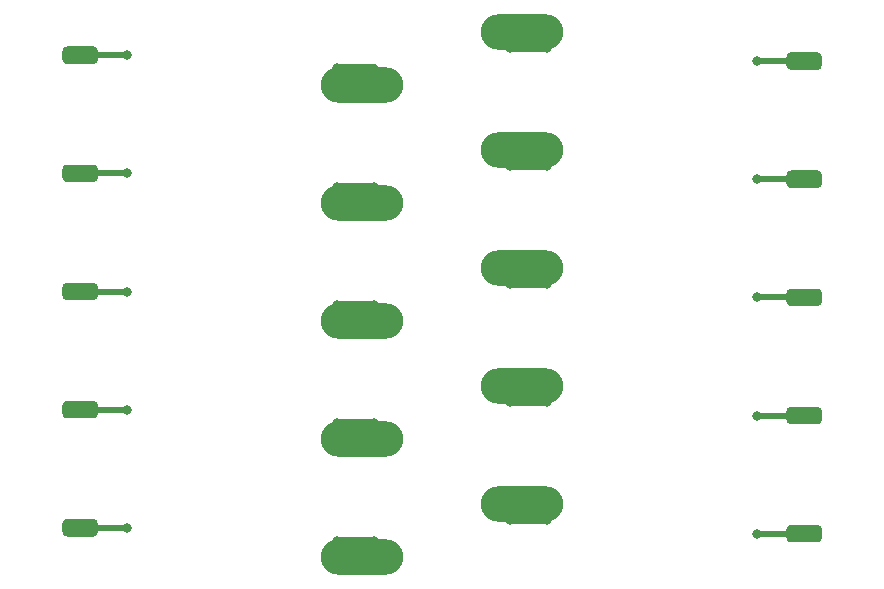
<source format=gbl>
G04 #@! TF.GenerationSoftware,KiCad,Pcbnew,5.1.9-73d0e3b20d~88~ubuntu20.04.1*
G04 #@! TF.CreationDate,2021-08-20T12:24:50+03:00*
G04 #@! TF.ProjectId,cable_to_banana,6361626c-655f-4746-9f5f-62616e616e61,rev?*
G04 #@! TF.SameCoordinates,Original*
G04 #@! TF.FileFunction,Copper,L2,Bot*
G04 #@! TF.FilePolarity,Positive*
%FSLAX46Y46*%
G04 Gerber Fmt 4.6, Leading zero omitted, Abs format (unit mm)*
G04 Created by KiCad (PCBNEW 5.1.9-73d0e3b20d~88~ubuntu20.04.1) date 2021-08-20 12:24:50*
%MOMM*%
%LPD*%
G01*
G04 APERTURE LIST*
G04 #@! TA.AperFunction,ComponentPad*
%ADD10O,7.000000X3.000000*%
G04 #@! TD*
G04 #@! TA.AperFunction,ViaPad*
%ADD11C,0.800000*%
G04 #@! TD*
G04 #@! TA.AperFunction,Conductor*
%ADD12C,0.700000*%
G04 #@! TD*
G04 #@! TA.AperFunction,Conductor*
%ADD13C,0.500000*%
G04 #@! TD*
%ADD14C,0.350000*%
%ADD15O,5.000000X1.000000*%
G04 APERTURE END LIST*
D10*
G04 #@! TO.P,J1,1*
G04 #@! TO.N,Net-(C1-Pad2)*
X64000000Y-132000000D03*
G04 #@! TD*
G04 #@! TO.P,J2,1*
G04 #@! TO.N,Net-(C5-Pad1)*
G04 #@! TA.AperFunction,SMDPad,CuDef*
G36*
G01*
X41600000Y-169125000D02*
X41600000Y-169875000D01*
G75*
G02*
X41225000Y-170250000I-375000J0D01*
G01*
X38975000Y-170250000D01*
G75*
G02*
X38600000Y-169875000I0J375000D01*
G01*
X38600000Y-169125000D01*
G75*
G02*
X38975000Y-168750000I375000J0D01*
G01*
X41225000Y-168750000D01*
G75*
G02*
X41600000Y-169125000I0J-375000D01*
G01*
G37*
G04 #@! TD.AperFunction*
G04 #@! TD*
G04 #@! TO.P,J1,1*
G04 #@! TO.N,Net-(C1-Pad2)*
X64000000Y-162000000D03*
G04 #@! TD*
G04 #@! TO.P,J2,1*
G04 #@! TO.N,Net-(C5-Pad1)*
G04 #@! TA.AperFunction,SMDPad,CuDef*
G36*
G01*
X41600000Y-139125000D02*
X41600000Y-139875000D01*
G75*
G02*
X41225000Y-140250000I-375000J0D01*
G01*
X38975000Y-140250000D01*
G75*
G02*
X38600000Y-139875000I0J375000D01*
G01*
X38600000Y-139125000D01*
G75*
G02*
X38975000Y-138750000I375000J0D01*
G01*
X41225000Y-138750000D01*
G75*
G02*
X41600000Y-139125000I0J-375000D01*
G01*
G37*
G04 #@! TD.AperFunction*
G04 #@! TD*
G04 #@! TO.P,J2,1*
G04 #@! TO.N,Net-(C5-Pad1)*
G04 #@! TA.AperFunction,SMDPad,CuDef*
G36*
G01*
X41600000Y-129125000D02*
X41600000Y-129875000D01*
G75*
G02*
X41225000Y-130250000I-375000J0D01*
G01*
X38975000Y-130250000D01*
G75*
G02*
X38600000Y-129875000I0J375000D01*
G01*
X38600000Y-129125000D01*
G75*
G02*
X38975000Y-128750000I375000J0D01*
G01*
X41225000Y-128750000D01*
G75*
G02*
X41600000Y-129125000I0J-375000D01*
G01*
G37*
G04 #@! TD.AperFunction*
G04 #@! TD*
G04 #@! TO.P,J1,1*
G04 #@! TO.N,Net-(C1-Pad2)*
X64000000Y-172000000D03*
G04 #@! TD*
G04 #@! TO.P,J2,1*
G04 #@! TO.N,Net-(C5-Pad1)*
G04 #@! TA.AperFunction,SMDPad,CuDef*
G36*
G01*
X41600000Y-149125000D02*
X41600000Y-149875000D01*
G75*
G02*
X41225000Y-150250000I-375000J0D01*
G01*
X38975000Y-150250000D01*
G75*
G02*
X38600000Y-149875000I0J375000D01*
G01*
X38600000Y-149125000D01*
G75*
G02*
X38975000Y-148750000I375000J0D01*
G01*
X41225000Y-148750000D01*
G75*
G02*
X41600000Y-149125000I0J-375000D01*
G01*
G37*
G04 #@! TD.AperFunction*
G04 #@! TD*
G04 #@! TO.P,J1,1*
G04 #@! TO.N,Net-(C1-Pad2)*
X64000000Y-152000000D03*
G04 #@! TD*
G04 #@! TO.P,J1,1*
G04 #@! TO.N,Net-(C1-Pad2)*
X64000000Y-142000000D03*
G04 #@! TD*
G04 #@! TO.P,J2,1*
G04 #@! TO.N,Net-(C5-Pad1)*
G04 #@! TA.AperFunction,SMDPad,CuDef*
G36*
G01*
X41600000Y-159125000D02*
X41600000Y-159875000D01*
G75*
G02*
X41225000Y-160250000I-375000J0D01*
G01*
X38975000Y-160250000D01*
G75*
G02*
X38600000Y-159875000I0J375000D01*
G01*
X38600000Y-159125000D01*
G75*
G02*
X38975000Y-158750000I375000J0D01*
G01*
X41225000Y-158750000D01*
G75*
G02*
X41600000Y-159125000I0J-375000D01*
G01*
G37*
G04 #@! TD.AperFunction*
G04 #@! TD*
G04 #@! TO.P,J1,1*
G04 #@! TO.N,Net-(C1-Pad2)*
X77500000Y-127500000D03*
G04 #@! TD*
G04 #@! TO.P,J2,1*
G04 #@! TO.N,Net-(C5-Pad1)*
G04 #@! TA.AperFunction,SMDPad,CuDef*
G36*
G01*
X99900000Y-130375000D02*
X99900000Y-129625000D01*
G75*
G02*
X100275000Y-129250000I375000J0D01*
G01*
X102525000Y-129250000D01*
G75*
G02*
X102900000Y-129625000I0J-375000D01*
G01*
X102900000Y-130375000D01*
G75*
G02*
X102525000Y-130750000I-375000J0D01*
G01*
X100275000Y-130750000D01*
G75*
G02*
X99900000Y-130375000I0J375000D01*
G01*
G37*
G04 #@! TD.AperFunction*
G04 #@! TD*
G04 #@! TO.P,J2,1*
G04 #@! TO.N,Net-(C5-Pad1)*
G04 #@! TA.AperFunction,SMDPad,CuDef*
G36*
G01*
X99900000Y-140375000D02*
X99900000Y-139625000D01*
G75*
G02*
X100275000Y-139250000I375000J0D01*
G01*
X102525000Y-139250000D01*
G75*
G02*
X102900000Y-139625000I0J-375000D01*
G01*
X102900000Y-140375000D01*
G75*
G02*
X102525000Y-140750000I-375000J0D01*
G01*
X100275000Y-140750000D01*
G75*
G02*
X99900000Y-140375000I0J375000D01*
G01*
G37*
G04 #@! TD.AperFunction*
G04 #@! TD*
G04 #@! TO.P,J1,1*
G04 #@! TO.N,Net-(C1-Pad2)*
X77500000Y-137500000D03*
G04 #@! TD*
G04 #@! TO.P,J2,1*
G04 #@! TO.N,Net-(C5-Pad1)*
G04 #@! TA.AperFunction,SMDPad,CuDef*
G36*
G01*
X99900000Y-170375000D02*
X99900000Y-169625000D01*
G75*
G02*
X100275000Y-169250000I375000J0D01*
G01*
X102525000Y-169250000D01*
G75*
G02*
X102900000Y-169625000I0J-375000D01*
G01*
X102900000Y-170375000D01*
G75*
G02*
X102525000Y-170750000I-375000J0D01*
G01*
X100275000Y-170750000D01*
G75*
G02*
X99900000Y-170375000I0J375000D01*
G01*
G37*
G04 #@! TD.AperFunction*
G04 #@! TD*
G04 #@! TO.P,J1,1*
G04 #@! TO.N,Net-(C1-Pad2)*
X77500000Y-167500000D03*
G04 #@! TD*
G04 #@! TO.P,J2,1*
G04 #@! TO.N,Net-(C5-Pad1)*
G04 #@! TA.AperFunction,SMDPad,CuDef*
G36*
G01*
X99900000Y-160375000D02*
X99900000Y-159625000D01*
G75*
G02*
X100275000Y-159250000I375000J0D01*
G01*
X102525000Y-159250000D01*
G75*
G02*
X102900000Y-159625000I0J-375000D01*
G01*
X102900000Y-160375000D01*
G75*
G02*
X102525000Y-160750000I-375000J0D01*
G01*
X100275000Y-160750000D01*
G75*
G02*
X99900000Y-160375000I0J375000D01*
G01*
G37*
G04 #@! TD.AperFunction*
G04 #@! TD*
G04 #@! TO.P,J1,1*
G04 #@! TO.N,Net-(C1-Pad2)*
X77500000Y-157500000D03*
G04 #@! TD*
G04 #@! TO.P,J1,1*
G04 #@! TO.N,Net-(C1-Pad2)*
X77500000Y-147500000D03*
G04 #@! TD*
G04 #@! TO.P,J2,1*
G04 #@! TO.N,Net-(C5-Pad1)*
G04 #@! TA.AperFunction,SMDPad,CuDef*
G36*
G01*
X99900000Y-150375000D02*
X99900000Y-149625000D01*
G75*
G02*
X100275000Y-149250000I375000J0D01*
G01*
X102525000Y-149250000D01*
G75*
G02*
X102900000Y-149625000I0J-375000D01*
G01*
X102900000Y-150375000D01*
G75*
G02*
X102525000Y-150750000I-375000J0D01*
G01*
X100275000Y-150750000D01*
G75*
G02*
X99900000Y-150375000I0J375000D01*
G01*
G37*
G04 #@! TD.AperFunction*
G04 #@! TD*
D11*
G04 #@! TO.N,Net-(C1-Pad2)*
X79622987Y-148881967D03*
X76500000Y-148874990D03*
X79622987Y-158881967D03*
X76500000Y-158874990D03*
X76500000Y-168874990D03*
X79622987Y-168881967D03*
X79622987Y-138881967D03*
X76500000Y-138874990D03*
X76500000Y-128874990D03*
X79622987Y-128881967D03*
X61877013Y-130618033D03*
X65000000Y-140625010D03*
X61877013Y-170618033D03*
X65000000Y-130625010D03*
X65000000Y-170625010D03*
X61877013Y-140618033D03*
X61877013Y-150618033D03*
X65000000Y-160625010D03*
X61877013Y-160618033D03*
X65000000Y-150625010D03*
G04 #@! TO.N,Net-(C5-Pad1)*
X97400000Y-150000000D03*
X97400000Y-160000000D03*
X97400000Y-170000000D03*
X97400000Y-140000000D03*
X97400000Y-130000000D03*
X44100000Y-139500000D03*
X44100000Y-149500000D03*
X44100000Y-129500000D03*
X44100000Y-159500000D03*
X44100000Y-169500000D03*
G04 #@! TD*
D12*
G04 #@! TO.N,Net-(C1-Pad2)*
X79622987Y-148881967D02*
X76506977Y-148881967D01*
X76506977Y-148881967D02*
X76500000Y-148874990D01*
X76506977Y-158881967D02*
X76500000Y-158874990D01*
X79622987Y-158881967D02*
X76506977Y-158881967D01*
X79622987Y-168881967D02*
X76506977Y-168881967D01*
X76506977Y-168881967D02*
X76500000Y-168874990D01*
X76506977Y-138881967D02*
X76500000Y-138874990D01*
X79622987Y-138881967D02*
X76506977Y-138881967D01*
X79622987Y-128881967D02*
X76506977Y-128881967D01*
X76506977Y-128881967D02*
X76500000Y-128874990D01*
X64993023Y-130618033D02*
X65000000Y-130625010D01*
X61877013Y-130618033D02*
X64993023Y-130618033D01*
X64993023Y-150618033D02*
X65000000Y-150625010D01*
X61877013Y-150618033D02*
X64993023Y-150618033D01*
X61877013Y-140618033D02*
X64993023Y-140618033D01*
X61877013Y-160618033D02*
X64993023Y-160618033D01*
X64993023Y-140618033D02*
X65000000Y-140625010D01*
X61877013Y-170618033D02*
X64993023Y-170618033D01*
X64993023Y-160618033D02*
X65000000Y-160625010D01*
X64993023Y-170618033D02*
X65000000Y-170625010D01*
D13*
G04 #@! TO.N,Net-(C5-Pad1)*
X101400000Y-150000000D02*
X97400000Y-150000000D01*
X101400000Y-160000000D02*
X97400000Y-160000000D01*
X101400000Y-170000000D02*
X97400000Y-170000000D01*
X101400000Y-140000000D02*
X97400000Y-140000000D01*
X101400000Y-130000000D02*
X97400000Y-130000000D01*
X40100000Y-169500000D02*
X44100000Y-169500000D01*
X40100000Y-129500000D02*
X44100000Y-129500000D01*
X40100000Y-149500000D02*
X44100000Y-149500000D01*
X40100000Y-139500000D02*
X44100000Y-139500000D01*
X40100000Y-159500000D02*
X44100000Y-159500000D01*
G04 #@! TD*
D14*
X79622987Y-148881967D03*
X76500000Y-148874990D03*
X79622987Y-158881967D03*
X76500000Y-158874990D03*
X76500000Y-168874990D03*
X79622987Y-168881967D03*
X79622987Y-138881967D03*
X76500000Y-138874990D03*
X76500000Y-128874990D03*
X79622987Y-128881967D03*
X61877013Y-130618033D03*
X65000000Y-140625010D03*
X61877013Y-170618033D03*
X65000000Y-130625010D03*
X65000000Y-170625010D03*
X61877013Y-140618033D03*
X61877013Y-150618033D03*
X65000000Y-160625010D03*
X61877013Y-160618033D03*
X65000000Y-150625010D03*
X97400000Y-150000000D03*
X97400000Y-160000000D03*
X97400000Y-170000000D03*
X97400000Y-140000000D03*
X97400000Y-130000000D03*
X44100000Y-139500000D03*
X44100000Y-149500000D03*
X44100000Y-129500000D03*
X44100000Y-159500000D03*
X44100000Y-169500000D03*
D15*
X64000000Y-132000000D03*
X64000000Y-162000000D03*
X64000000Y-172000000D03*
X64000000Y-152000000D03*
X64000000Y-142000000D03*
X77500000Y-127500000D03*
X77500000Y-137500000D03*
X77500000Y-167500000D03*
X77500000Y-157500000D03*
X77500000Y-147500000D03*
M02*

</source>
